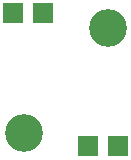
<source format=gbr>
%TF.GenerationSoftware,KiCad,Pcbnew,8.0.0*%
%TF.CreationDate,2024-04-08T20:54:29-07:00*%
%TF.ProjectId,magswitch,6d616773-7769-4746-9368-2e6b69636164,rev?*%
%TF.SameCoordinates,Original*%
%TF.FileFunction,Soldermask,Bot*%
%TF.FilePolarity,Negative*%
%FSLAX46Y46*%
G04 Gerber Fmt 4.6, Leading zero omitted, Abs format (unit mm)*
G04 Created by KiCad (PCBNEW 8.0.0) date 2024-04-08 20:54:29*
%MOMM*%
%LPD*%
G01*
G04 APERTURE LIST*
%ADD10C,3.200000*%
%ADD11R,1.700000X1.700000*%
G04 APERTURE END LIST*
D10*
%TO.C,H1*%
X1967000Y-11000000D03*
%TD*%
D11*
%TO.C,J1*%
X9968000Y-12079000D03*
X7428000Y-12079000D03*
%TD*%
D10*
%TO.C,H2*%
X9079000Y-2046000D03*
%TD*%
D11*
%TO.C,J3*%
X3623000Y-826800D03*
X1083000Y-826800D03*
%TD*%
M02*

</source>
